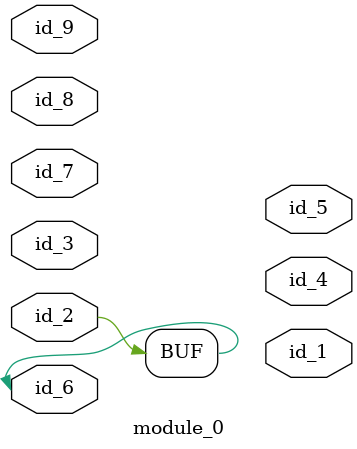
<source format=v>
module module_0 (
    id_1,
    id_2,
    id_3,
    id_4,
    id_5,
    id_6,
    id_7,
    id_8,
    id_9
);
  input id_9;
  input id_8;
  input id_7;
  inout id_6;
  output id_5;
  output id_4;
  inout id_3;
  inout id_2;
  output id_1;
  assign id_2 = id_6;
endmodule

</source>
